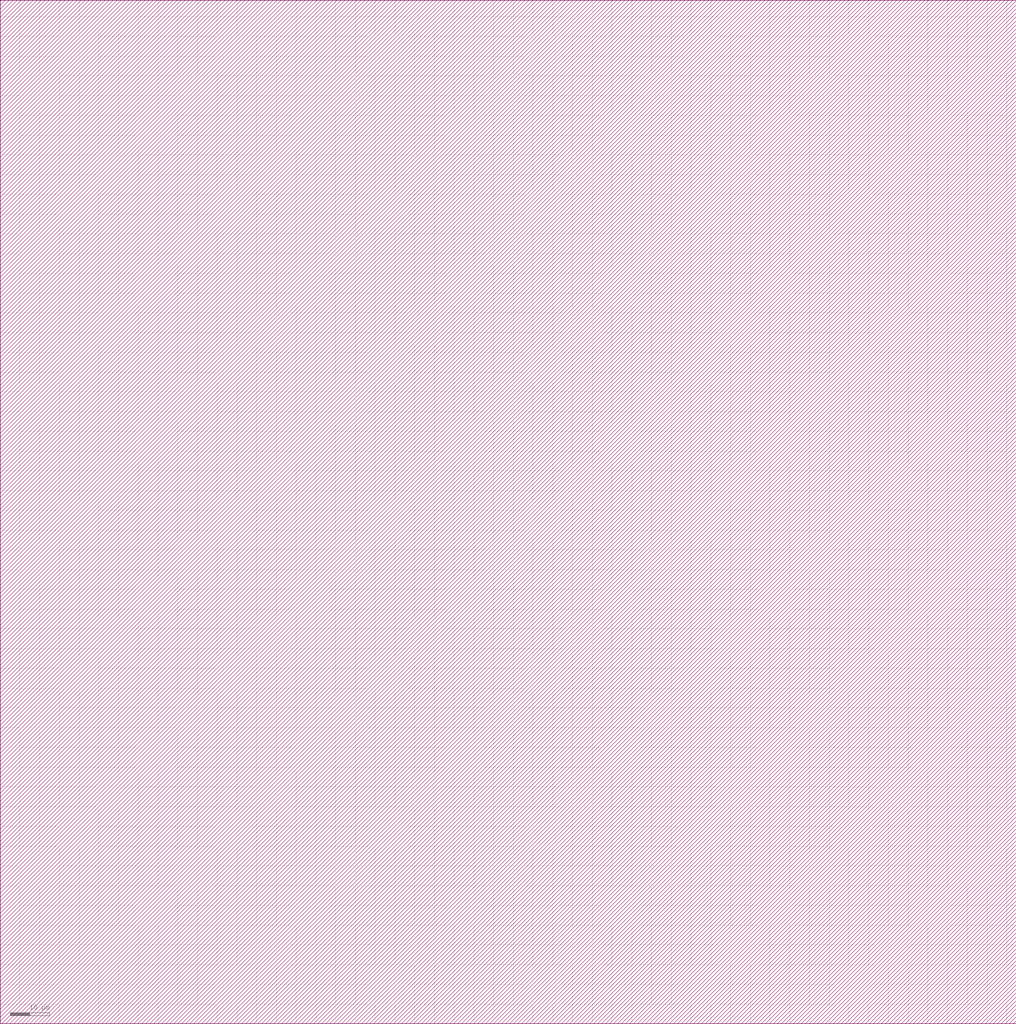
<source format=lef>
VERSION 5.6 ;

BUSBITCHARS "[]" ;

DIVIDERCHAR "/" ;

UNITS
    DATABASE MICRONS 1000 ;
END UNITS

MANUFACTURINGGRID 0.005000 ; 

CLEARANCEMEASURE EUCLIDEAN ; 

USEMINSPACING OBS ON ; 

SITE CoreSite
    CLASS CORE ;
    SIZE 0.600000 BY 0.300000 ;
END CoreSite

LAYER li1
   TYPE ROUTING ;
   DIRECTION VERTICAL ;
   MINWIDTH 0.300000 ;
   AREA 0.056250 ;
   WIDTH 0.300000 ;
   SPACINGTABLE
      PARALLELRUNLENGTH 0.0
      WIDTH 0.0 0.225000 ;
   PITCH 0.600000 0.600000 ;
END li1

LAYER mcon
    TYPE CUT ;
    SPACING 0.225000 ;
    WIDTH 0.300000 ;
    ENCLOSURE ABOVE 0.075000 0.075000 ;
    ENCLOSURE BELOW 0.000000 0.000000 ;
END mcon

LAYER met1
   TYPE ROUTING ;
   DIRECTION HORIZONTAL ;
   MINWIDTH 0.150000 ;
   AREA 0.084375 ;
   WIDTH 0.150000 ;
   SPACINGTABLE
      PARALLELRUNLENGTH 0.0
      WIDTH 0.0 0.150000 ;
   PITCH 0.300000 0.300000 ;
END met1

LAYER v1
    TYPE CUT ;
    SPACING 0.075000 ;
    WIDTH 0.300000 ;
    ENCLOSURE ABOVE 0.075000 0.075000 ;
    ENCLOSURE BELOW 0.075000 0.075000 ;
END v1

LAYER met2
   TYPE ROUTING ;
   DIRECTION VERTICAL ;
   MINWIDTH 0.150000 ;
   AREA 0.073125 ;
   WIDTH 0.150000 ;
   SPACINGTABLE
      PARALLELRUNLENGTH 0.0
      WIDTH 0.0 0.150000 ;
   PITCH 0.300000 0.300000 ;
END met2

LAYER v2
    TYPE CUT ;
    SPACING 0.150000 ;
    WIDTH 0.300000 ;
    ENCLOSURE ABOVE 0.075000 0.075000 ;
    ENCLOSURE BELOW 0.075000 0.000000 ;
END v2

LAYER met3
   TYPE ROUTING ;
   DIRECTION HORIZONTAL ;
   MINWIDTH 0.300000 ;
   AREA 0.241875 ;
   WIDTH 0.300000 ;
   SPACINGTABLE
      PARALLELRUNLENGTH 0.0
      WIDTH 0.0 0.300000 ;
   PITCH 0.600000 0.600000 ;
END met3

LAYER v3
    TYPE CUT ;
    SPACING 0.150000 ;
    WIDTH 0.450000 ;
    ENCLOSURE ABOVE 0.075000 0.075000 ;
    ENCLOSURE BELOW 0.075000 0.000000 ;
END v3

LAYER met4
   TYPE ROUTING ;
   DIRECTION VERTICAL ;
   MINWIDTH 0.300000 ;
   AREA 0.241875 ;
   WIDTH 0.300000 ;
   SPACINGTABLE
      PARALLELRUNLENGTH 0.0
      WIDTH 0.0 0.300000 ;
   PITCH 0.600000 0.600000 ;
END met4

LAYER v4
    TYPE CUT ;
    SPACING 0.450000 ;
    WIDTH 1.200000 ;
    ENCLOSURE ABOVE 0.150000 0.150000 ;
    ENCLOSURE BELOW 0.000000 0.000000 ;
END v4

LAYER met5
   TYPE ROUTING ;
   DIRECTION HORIZONTAL ;
   MINWIDTH 1.650000 ;
   AREA 4.005000 ;
   WIDTH 1.650000 ;
   SPACINGTABLE
      PARALLELRUNLENGTH 0.0
      WIDTH 0.0 1.650000 ;
   PITCH 3.300000 3.300000 ;
END met5

LAYER OVERLAP
   TYPE OVERLAP ;
END OVERLAP

VIA mcon_C DEFAULT
   LAYER li1 ;
     RECT -0.150000 -0.150000 0.150000 0.150000 ;
   LAYER mcon ;
     RECT -0.150000 -0.150000 0.150000 0.150000 ;
   LAYER met1 ;
     RECT -0.225000 -0.225000 0.225000 0.225000 ;
END mcon_C

VIA v1_C DEFAULT
   LAYER met1 ;
     RECT -0.225000 -0.225000 0.225000 0.225000 ;
   LAYER v1 ;
     RECT -0.150000 -0.150000 0.150000 0.150000 ;
   LAYER met2 ;
     RECT -0.225000 -0.225000 0.225000 0.225000 ;
END v1_C

VIA v2_C DEFAULT
   LAYER met2 ;
     RECT -0.150000 -0.225000 0.150000 0.225000 ;
   LAYER v2 ;
     RECT -0.150000 -0.150000 0.150000 0.150000 ;
   LAYER met3 ;
     RECT -0.225000 -0.225000 0.225000 0.225000 ;
END v2_C

VIA v2_Ch
   LAYER met2 ;
     RECT -0.225000 -0.150000 0.225000 0.150000 ;
   LAYER v2 ;
     RECT -0.150000 -0.150000 0.150000 0.150000 ;
   LAYER met3 ;
     RECT -0.225000 -0.225000 0.225000 0.225000 ;
END v2_Ch

VIA v2_Cv
   LAYER met2 ;
     RECT -0.150000 -0.225000 0.150000 0.225000 ;
   LAYER v2 ;
     RECT -0.150000 -0.150000 0.150000 0.150000 ;
   LAYER met3 ;
     RECT -0.225000 -0.225000 0.225000 0.225000 ;
END v2_Cv

VIA v3_C DEFAULT
   LAYER met3 ;
     RECT -0.300000 -0.225000 0.300000 0.225000 ;
   LAYER v3 ;
     RECT -0.225000 -0.225000 0.225000 0.225000 ;
   LAYER met4 ;
     RECT -0.300000 -0.300000 0.300000 0.300000 ;
END v3_C

VIA v3_Ch
   LAYER met3 ;
     RECT -0.300000 -0.225000 0.300000 0.225000 ;
   LAYER v3 ;
     RECT -0.225000 -0.225000 0.225000 0.225000 ;
   LAYER met4 ;
     RECT -0.300000 -0.300000 0.300000 0.300000 ;
END v3_Ch

VIA v3_Cv
   LAYER met3 ;
     RECT -0.300000 -0.225000 0.300000 0.225000 ;
   LAYER v3 ;
     RECT -0.225000 -0.225000 0.225000 0.225000 ;
   LAYER met4 ;
     RECT -0.300000 -0.300000 0.300000 0.300000 ;
END v3_Cv

VIA v4_C DEFAULT
   LAYER met4 ;
     RECT -0.600000 -0.600000 0.600000 0.600000 ;
   LAYER v4 ;
     RECT -0.600000 -0.600000 0.600000 0.600000 ;
   LAYER met5 ;
     RECT -0.750000 -0.750000 0.750000 0.750000 ;
END v4_C

MACRO _0_0cell_0_0gcelem3x0
    CLASS CORE ;
    FOREIGN _0_0cell_0_0gcelem3x0 0.000000 0.000000 ;
    ORIGIN 0.000000 0.000000 ;
    SIZE 8.400000 BY 3.000000 ;
    SYMMETRY X Y ;
    SITE CoreSite ;
    PIN in_50_6
        DIRECTION INPUT ;
        USE SIGNAL ;
        PORT
        LAYER li1 ;
        RECT 0.600000 2.400000 0.900000 2.700000 ;
        END
        ANTENNAGATEAREA 0.180000 ;
    END in_50_6
    PIN in_51_6
        DIRECTION INPUT ;
        USE SIGNAL ;
        PORT
        LAYER li1 ;
        RECT 2.400000 2.400000 2.700000 2.700000 ;
        END
        ANTENNAGATEAREA 0.180000 ;
    END in_51_6
    PIN in_52_6
        DIRECTION INPUT ;
        USE SIGNAL ;
        PORT
        LAYER li1 ;
        RECT 4.200000 2.400000 4.500000 2.700000 ;
        END
        ANTENNAGATEAREA 0.180000 ;
    END in_52_6
    PIN out
        DIRECTION OUTPUT ;
        USE SIGNAL ;
        PORT
        LAYER li1 ;
        RECT 0.600000 0.300000 0.900000 0.600000 ;
        END
        ANTENNAGATEAREA 0.360000 ;
        ANTENNADIFFAREA 0.562500 ;
    END out
    PIN Vdd
        DIRECTION INPUT ;
        USE POWER ;
        PORT
        LAYER li1 ;
        RECT 6.000000 2.400000 6.300000 2.700000 ;
        END
        ANTENNAGATEAREA 1.755000 ;
        ANTENNADIFFAREA 0.450000 ;
    END Vdd
    PIN GND
        DIRECTION INPUT ;
        USE GROUND ;
        PORT
        LAYER li1 ;
        RECT 7.800000 2.400000 8.100000 2.700000 ;
        END
        ANTENNAGATEAREA 1.282500 ;
        ANTENNADIFFAREA 0.337500 ;
    END GND
END _0_0cell_0_0gcelem3x0

MACRO welltap_svt
    CLASS CORE WELLTAP ;
    FOREIGN welltap_svt 0.000000 0.000000 ;
    ORIGIN 0.000000 0.000000 ;
    SIZE 1.200000 BY 2.100000 ;
    SYMMETRY X Y ;
    SITE CoreSite ;
    PIN Vdd
        DIRECTION INPUT ;
        USE POWER ;
        PORT
        LAYER li1 ;
        RECT 0.600000 1.500000 0.900000 1.800000 ;
        END
    END Vdd
    PIN GND
        DIRECTION INPUT ;
        USE GROUND ;
        PORT
        LAYER li1 ;
        RECT 0.600000 0.300000 0.900000 0.600000 ;
        END
    END GND
END welltap_svt

MACRO circuitppnp
   CLASS CORE ;
   FOREIGN circuitppnp 0.000000 0.000000 ;
   ORIGIN 0.000000 0.000000 ; 
   SIZE 257.400000 BY 259.200000 ; 
   SYMMETRY X Y ;
   SITE CoreSite ;
END circuitppnp

MACRO circuitwell
   CLASS CORE ;
   FOREIGN circuitwell 0.000000 0.000000 ;
   ORIGIN 0.000000 0.000000 ; 
   SIZE 257.400000 BY 259.200000 ; 
   SYMMETRY X Y ;
   SITE CoreSite ;
END circuitwell


</source>
